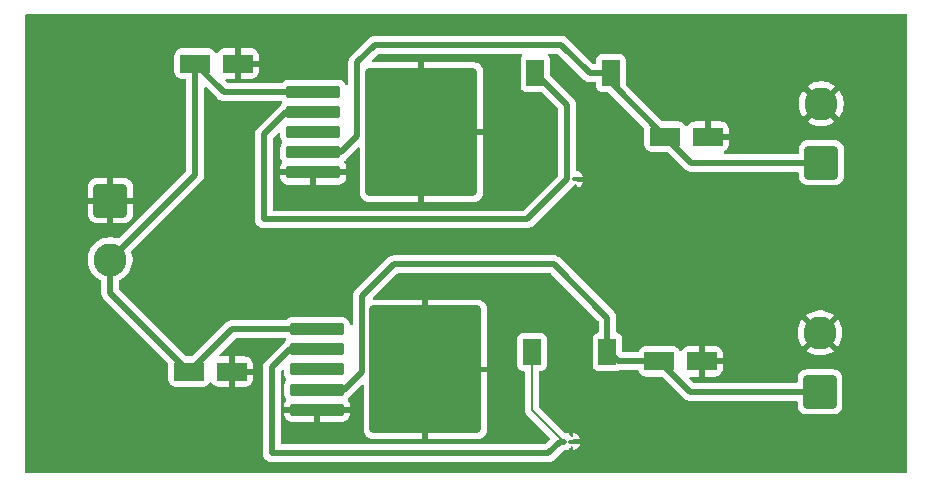
<source format=gbr>
%TF.GenerationSoftware,KiCad,Pcbnew,9.0.0*%
%TF.CreationDate,2025-04-24T17:44:58-04:00*%
%TF.ProjectId,power_systems,706f7765-725f-4737-9973-74656d732e6b,rev?*%
%TF.SameCoordinates,Original*%
%TF.FileFunction,Copper,L1,Top*%
%TF.FilePolarity,Positive*%
%FSLAX46Y46*%
G04 Gerber Fmt 4.6, Leading zero omitted, Abs format (unit mm)*
G04 Created by KiCad (PCBNEW 9.0.0) date 2025-04-24 17:44:58*
%MOMM*%
%LPD*%
G01*
G04 APERTURE LIST*
G04 Aperture macros list*
%AMRoundRect*
0 Rectangle with rounded corners*
0 $1 Rounding radius*
0 $2 $3 $4 $5 $6 $7 $8 $9 X,Y pos of 4 corners*
0 Add a 4 corners polygon primitive as box body*
4,1,4,$2,$3,$4,$5,$6,$7,$8,$9,$2,$3,0*
0 Add four circle primitives for the rounded corners*
1,1,$1+$1,$2,$3*
1,1,$1+$1,$4,$5*
1,1,$1+$1,$6,$7*
1,1,$1+$1,$8,$9*
0 Add four rect primitives between the rounded corners*
20,1,$1+$1,$2,$3,$4,$5,0*
20,1,$1+$1,$4,$5,$6,$7,0*
20,1,$1+$1,$6,$7,$8,$9,0*
20,1,$1+$1,$8,$9,$2,$3,0*%
G04 Aperture macros list end*
%TA.AperFunction,ComponentPad*%
%ADD10RoundRect,0.250001X1.149999X-1.149999X1.149999X1.149999X-1.149999X1.149999X-1.149999X-1.149999X0*%
%TD*%
%TA.AperFunction,ComponentPad*%
%ADD11C,2.800000*%
%TD*%
%TA.AperFunction,SMDPad,CuDef*%
%ADD12RoundRect,0.250000X-1.050000X-0.550000X1.050000X-0.550000X1.050000X0.550000X-1.050000X0.550000X0*%
%TD*%
%TA.AperFunction,SMDPad,CuDef*%
%ADD13RoundRect,0.250000X1.050000X0.550000X-1.050000X0.550000X-1.050000X-0.550000X1.050000X-0.550000X0*%
%TD*%
%TA.AperFunction,SMDPad,CuDef*%
%ADD14RoundRect,0.250000X-2.050000X-0.300000X2.050000X-0.300000X2.050000X0.300000X-2.050000X0.300000X0*%
%TD*%
%TA.AperFunction,SMDPad,CuDef*%
%ADD15RoundRect,0.250002X-4.449998X-5.149998X4.449998X-5.149998X4.449998X5.149998X-4.449998X5.149998X0*%
%TD*%
%TA.AperFunction,SMDPad,CuDef*%
%ADD16RoundRect,0.100000X-0.130000X-0.100000X0.130000X-0.100000X0.130000X0.100000X-0.130000X0.100000X0*%
%TD*%
%TA.AperFunction,SMDPad,CuDef*%
%ADD17R,1.500000X2.200000*%
%TD*%
%TA.AperFunction,ComponentPad*%
%ADD18RoundRect,0.250001X-1.149999X1.149999X-1.149999X-1.149999X1.149999X-1.149999X1.149999X1.149999X0*%
%TD*%
%TA.AperFunction,ViaPad*%
%ADD19C,0.600000*%
%TD*%
%TA.AperFunction,Conductor*%
%ADD20C,0.500000*%
%TD*%
%TA.AperFunction,Conductor*%
%ADD21C,0.200000*%
%TD*%
G04 APERTURE END LIST*
D10*
%TO.P,J3,1,Pin_1*%
%TO.N,Net-(J3-Pin_1)*%
X89900000Y-68800000D03*
D11*
%TO.P,J3,2,Pin_2*%
%TO.N,GND*%
X89900000Y-63800000D03*
%TD*%
D12*
%TO.P,C2,1*%
%TO.N,Net-(J2-Pin_1)*%
X76800000Y-47200000D03*
%TO.P,C2,2*%
%TO.N,GND*%
X80400000Y-47200000D03*
%TD*%
D10*
%TO.P,J2,1,Pin_1*%
%TO.N,Net-(J2-Pin_1)*%
X90000000Y-49400000D03*
D11*
%TO.P,J2,2,Pin_2*%
%TO.N,GND*%
X90000000Y-44400000D03*
%TD*%
D12*
%TO.P,C3,1*%
%TO.N,Net-(J3-Pin_1)*%
X76300000Y-66200000D03*
%TO.P,C3,2*%
%TO.N,GND*%
X79900000Y-66200000D03*
%TD*%
D13*
%TO.P,C1,1*%
%TO.N,GND*%
X40600000Y-41000000D03*
%TO.P,C1,2*%
%TO.N,Net-(J1-Pin_2)*%
X37000000Y-41000000D03*
%TD*%
D14*
%TO.P,U2,1,VIN*%
%TO.N,Net-(J1-Pin_2)*%
X47325000Y-63500000D03*
%TO.P,U2,2,OUT*%
%TO.N,Net-(D2-K)*%
X47325000Y-65200000D03*
%TO.P,U2,3,GND*%
%TO.N,GND*%
X47325000Y-66900000D03*
D15*
X56475000Y-66900000D03*
D14*
%TO.P,U2,4,FB*%
%TO.N,Net-(J3-Pin_1)*%
X47325000Y-68600000D03*
%TO.P,U2,5,~{ON}/OFF*%
%TO.N,GND*%
X47325000Y-70300000D03*
%TD*%
D12*
%TO.P,C4,1*%
%TO.N,Net-(J1-Pin_2)*%
X36500000Y-67100000D03*
%TO.P,C4,2*%
%TO.N,GND*%
X40100000Y-67100000D03*
%TD*%
D16*
%TO.P,D2,1,K*%
%TO.N,Net-(D2-K)*%
X68180000Y-73000000D03*
%TO.P,D2,2,A*%
%TO.N,GND*%
X68820000Y-73000000D03*
%TD*%
D14*
%TO.P,U1,1,VIN*%
%TO.N,Net-(J1-Pin_2)*%
X47000000Y-43400000D03*
%TO.P,U1,2,OUT*%
%TO.N,Net-(D1-K)*%
X47000000Y-45100000D03*
%TO.P,U1,3,GND*%
%TO.N,GND*%
X47000000Y-46800000D03*
D15*
X56150000Y-46800000D03*
D14*
%TO.P,U1,4,FB*%
%TO.N,Net-(J2-Pin_1)*%
X47000000Y-48500000D03*
%TO.P,U1,5,~{ON}/OFF*%
%TO.N,GND*%
X47000000Y-50200000D03*
%TD*%
D17*
%TO.P,L1,1,1*%
%TO.N,Net-(D1-K)*%
X65800000Y-41800000D03*
%TO.P,L1,2,2*%
%TO.N,Net-(J2-Pin_1)*%
X72200000Y-41800000D03*
%TD*%
%TO.P,L2,1,1*%
%TO.N,Net-(D2-K)*%
X65500000Y-65400000D03*
%TO.P,L2,2,2*%
%TO.N,Net-(J3-Pin_1)*%
X71900000Y-65400000D03*
%TD*%
D18*
%TO.P,J1,1,Pin_1*%
%TO.N,GND*%
X29800000Y-52600000D03*
D11*
%TO.P,J1,2,Pin_2*%
%TO.N,Net-(J1-Pin_2)*%
X29800000Y-57600000D03*
%TD*%
D16*
%TO.P,D1,1,K*%
%TO.N,Net-(D1-K)*%
X68480000Y-50800000D03*
%TO.P,D1,2,A*%
%TO.N,GND*%
X69120000Y-50800000D03*
%TD*%
D19*
%TO.N,GND*%
X47325000Y-66900000D03*
X47000000Y-46800000D03*
X47000000Y-50200000D03*
%TD*%
D20*
%TO.N,Net-(J1-Pin_2)*%
X29800000Y-57600000D02*
X37000000Y-50400000D01*
X37000000Y-50400000D02*
X37000000Y-41000000D01*
X39400000Y-43400000D02*
X47000000Y-43400000D01*
X29800000Y-60400000D02*
X36500000Y-67100000D01*
X40100000Y-63500000D02*
X47325000Y-63500000D01*
X37000000Y-41000000D02*
X39400000Y-43400000D01*
X36500000Y-67100000D02*
X40100000Y-63500000D01*
X29800000Y-57600000D02*
X29800000Y-60400000D01*
%TO.N,Net-(J2-Pin_1)*%
X47000000Y-48500000D02*
X49300000Y-48500000D01*
X79000000Y-49400000D02*
X90000000Y-49400000D01*
X49300000Y-48500000D02*
X50700000Y-47100000D01*
X52200000Y-39400000D02*
X68000000Y-39400000D01*
X70400000Y-41800000D02*
X72200000Y-41800000D01*
X50700000Y-40900000D02*
X52200000Y-39400000D01*
X76800000Y-47200000D02*
X79000000Y-49400000D01*
X68000000Y-39400000D02*
X70400000Y-41800000D01*
X50700000Y-47100000D02*
X50700000Y-40900000D01*
X72200000Y-42600000D02*
X76800000Y-47200000D01*
X72200000Y-41800000D02*
X72200000Y-42600000D01*
%TO.N,Net-(J3-Pin_1)*%
X53800000Y-58000000D02*
X67400000Y-58000000D01*
X78900000Y-68800000D02*
X89900000Y-68800000D01*
X47325000Y-68600000D02*
X49625000Y-68600000D01*
X72000000Y-65400000D02*
X72800000Y-66200000D01*
X76300000Y-66200000D02*
X78900000Y-68800000D01*
X67400000Y-58000000D02*
X71900000Y-62500000D01*
X71900000Y-62500000D02*
X71900000Y-65400000D01*
X72800000Y-66200000D02*
X76300000Y-66200000D01*
X71900000Y-65400000D02*
X72000000Y-65400000D01*
X51100000Y-67125000D02*
X51100000Y-60700000D01*
X51100000Y-60700000D02*
X53800000Y-58000000D01*
X49625000Y-68600000D02*
X51100000Y-67125000D01*
%TO.N,Net-(D1-K)*%
X42800000Y-47000000D02*
X42800000Y-54200000D01*
X47000000Y-45100000D02*
X44700000Y-45100000D01*
X65080000Y-54200000D02*
X68480000Y-50800000D01*
X68480000Y-44480000D02*
X65800000Y-41800000D01*
X68480000Y-50800000D02*
X68480000Y-44480000D01*
X44700000Y-45100000D02*
X42800000Y-47000000D01*
X42800000Y-54200000D02*
X65080000Y-54200000D01*
%TO.N,Net-(D2-K)*%
X66900000Y-74000000D02*
X67900000Y-73000000D01*
D21*
X65500000Y-70320000D02*
X68180000Y-73000000D01*
D20*
X47325000Y-65200000D02*
X45025000Y-65200000D01*
X45025000Y-65200000D02*
X43500000Y-66725000D01*
D21*
X65500000Y-65400000D02*
X65500000Y-70320000D01*
D20*
X67900000Y-73000000D02*
X68180000Y-73000000D01*
X43500000Y-74000000D02*
X66900000Y-74000000D01*
X43500000Y-66725000D02*
X43500000Y-74000000D01*
%TD*%
%TA.AperFunction,Conductor*%
%TO.N,GND*%
G36*
X64601352Y-40154294D02*
G01*
X64614788Y-40153334D01*
X64634223Y-40163946D01*
X64655468Y-40170185D01*
X64664288Y-40180364D01*
X64676111Y-40186820D01*
X64686723Y-40206255D01*
X64701223Y-40222989D01*
X64703139Y-40236321D01*
X64709595Y-40248143D01*
X64708015Y-40270227D01*
X64711167Y-40292147D01*
X64705462Y-40305918D01*
X64704610Y-40317835D01*
X64687695Y-40348811D01*
X64606206Y-40457664D01*
X64606202Y-40457671D01*
X64555908Y-40592517D01*
X64549501Y-40652116D01*
X64549501Y-40652123D01*
X64549500Y-40652135D01*
X64549500Y-42947870D01*
X64549501Y-42947876D01*
X64555908Y-43007483D01*
X64606202Y-43142328D01*
X64606206Y-43142335D01*
X64692452Y-43257544D01*
X64692455Y-43257547D01*
X64807664Y-43343793D01*
X64807671Y-43343797D01*
X64942517Y-43394091D01*
X64942516Y-43394091D01*
X64949444Y-43394835D01*
X65002127Y-43400500D01*
X66287769Y-43400499D01*
X66354808Y-43420184D01*
X66375450Y-43436818D01*
X67693181Y-44754548D01*
X67726666Y-44815871D01*
X67729500Y-44842229D01*
X67729500Y-50437770D01*
X67709815Y-50504809D01*
X67693181Y-50525451D01*
X64805451Y-53413181D01*
X64744128Y-53446666D01*
X64717770Y-53449500D01*
X43674500Y-53449500D01*
X43607461Y-53429815D01*
X43561706Y-53377011D01*
X43550500Y-53325500D01*
X43550500Y-50549986D01*
X44200001Y-50549986D01*
X44210494Y-50652697D01*
X44265641Y-50819119D01*
X44265643Y-50819124D01*
X44357684Y-50968345D01*
X44481654Y-51092315D01*
X44630875Y-51184356D01*
X44630880Y-51184358D01*
X44797302Y-51239505D01*
X44797309Y-51239506D01*
X44900019Y-51249999D01*
X46749999Y-51249999D01*
X47250000Y-51249999D01*
X49099972Y-51249999D01*
X49099986Y-51249998D01*
X49202697Y-51239505D01*
X49369119Y-51184358D01*
X49369124Y-51184356D01*
X49518345Y-51092315D01*
X49642315Y-50968345D01*
X49734356Y-50819124D01*
X49734358Y-50819119D01*
X49789505Y-50652697D01*
X49789506Y-50652690D01*
X49799999Y-50549986D01*
X49800000Y-50549973D01*
X49800000Y-50450000D01*
X47250000Y-50450000D01*
X47250000Y-51249999D01*
X46749999Y-51249999D01*
X46750000Y-51249998D01*
X46750000Y-50450000D01*
X44200001Y-50450000D01*
X44200001Y-50549986D01*
X43550500Y-50549986D01*
X43550500Y-47362229D01*
X43570185Y-47295190D01*
X43586814Y-47274552D01*
X43988322Y-46873045D01*
X44049642Y-46839562D01*
X44119333Y-46844546D01*
X44175267Y-46886417D01*
X44199684Y-46951882D01*
X44200000Y-46960727D01*
X44200000Y-47149970D01*
X44200001Y-47149987D01*
X44210494Y-47252697D01*
X44265641Y-47419119D01*
X44265643Y-47419124D01*
X44357684Y-47568346D01*
X44361114Y-47572683D01*
X44387254Y-47637479D01*
X44374213Y-47706121D01*
X44361126Y-47726487D01*
X44357297Y-47731330D01*
X44265187Y-47880663D01*
X44265185Y-47880668D01*
X44237349Y-47964670D01*
X44210001Y-48047203D01*
X44210001Y-48047204D01*
X44210000Y-48047204D01*
X44199500Y-48149983D01*
X44199500Y-48850001D01*
X44199501Y-48850019D01*
X44210000Y-48952796D01*
X44210001Y-48952799D01*
X44253129Y-49082949D01*
X44265186Y-49119334D01*
X44357288Y-49268656D01*
X44357292Y-49268660D01*
X44361116Y-49273497D01*
X44387254Y-49338294D01*
X44374212Y-49406935D01*
X44361122Y-49427305D01*
X44357687Y-49431649D01*
X44265643Y-49580875D01*
X44265641Y-49580880D01*
X44210494Y-49747302D01*
X44210493Y-49747309D01*
X44200000Y-49850013D01*
X44200000Y-49950000D01*
X49799999Y-49950000D01*
X49799999Y-49850028D01*
X49799998Y-49850013D01*
X49789505Y-49747302D01*
X49734358Y-49580880D01*
X49734356Y-49580875D01*
X49642314Y-49431653D01*
X49638886Y-49427317D01*
X49630231Y-49405865D01*
X49617532Y-49386534D01*
X49617406Y-49374076D01*
X49612745Y-49362521D01*
X49617062Y-49339796D01*
X49616830Y-49316668D01*
X49624195Y-49302249D01*
X49625786Y-49293879D01*
X49631169Y-49284418D01*
X49638308Y-49273059D01*
X49642712Y-49268656D01*
X49728504Y-49129563D01*
X49728792Y-49129106D01*
X49730857Y-49127279D01*
X49764886Y-49091991D01*
X49778416Y-49082952D01*
X50738321Y-48123046D01*
X50799642Y-48089563D01*
X50869333Y-48094547D01*
X50925267Y-48136419D01*
X50949684Y-48201883D01*
X50950000Y-48210729D01*
X50950000Y-51999969D01*
X50950001Y-51999985D01*
X50960494Y-52102695D01*
X51015641Y-52269117D01*
X51015643Y-52269122D01*
X51107684Y-52418344D01*
X51231655Y-52542315D01*
X51380877Y-52634356D01*
X51380882Y-52634358D01*
X51547304Y-52689505D01*
X51547311Y-52689506D01*
X51650021Y-52699999D01*
X55899999Y-52699999D01*
X56400000Y-52699999D01*
X60649970Y-52699999D01*
X60649984Y-52699998D01*
X60752695Y-52689505D01*
X60919117Y-52634358D01*
X60919122Y-52634356D01*
X61068344Y-52542315D01*
X61192315Y-52418344D01*
X61284356Y-52269122D01*
X61284358Y-52269117D01*
X61339505Y-52102695D01*
X61339506Y-52102688D01*
X61349999Y-51999984D01*
X61350000Y-51999971D01*
X61350000Y-47050000D01*
X56400000Y-47050000D01*
X56400000Y-52699999D01*
X55899999Y-52699999D01*
X55900000Y-52699998D01*
X55900000Y-46550000D01*
X56400000Y-46550000D01*
X61349999Y-46550000D01*
X61349999Y-41600030D01*
X61349998Y-41600015D01*
X61339505Y-41497304D01*
X61284358Y-41330882D01*
X61284356Y-41330877D01*
X61192315Y-41181655D01*
X61068344Y-41057684D01*
X60919122Y-40965643D01*
X60919117Y-40965641D01*
X60752695Y-40910494D01*
X60752688Y-40910493D01*
X60649984Y-40900000D01*
X56400000Y-40900000D01*
X56400000Y-46550000D01*
X55900000Y-46550000D01*
X55900000Y-40900000D01*
X52060728Y-40900000D01*
X51993689Y-40880315D01*
X51947934Y-40827511D01*
X51937990Y-40758353D01*
X51967015Y-40694797D01*
X51973033Y-40688333D01*
X52474548Y-40186819D01*
X52535871Y-40153334D01*
X52562229Y-40150500D01*
X64588429Y-40150500D01*
X64601352Y-40154294D01*
G37*
%TD.AperFunction*%
%TA.AperFunction,Conductor*%
G36*
X97242539Y-36820185D02*
G01*
X97288294Y-36872989D01*
X97299500Y-36924500D01*
X97299500Y-75575500D01*
X97279815Y-75642539D01*
X97227011Y-75688294D01*
X97175500Y-75699500D01*
X22724500Y-75699500D01*
X22657461Y-75679815D01*
X22611706Y-75627011D01*
X22600500Y-75575500D01*
X22600500Y-57475441D01*
X27899500Y-57475441D01*
X27899500Y-57724558D01*
X27899501Y-57724575D01*
X27932017Y-57971561D01*
X27996498Y-58212207D01*
X28091830Y-58442361D01*
X28091837Y-58442376D01*
X28216400Y-58658126D01*
X28368060Y-58855774D01*
X28368066Y-58855781D01*
X28544218Y-59031933D01*
X28544225Y-59031939D01*
X28741873Y-59183599D01*
X28957623Y-59308162D01*
X28957624Y-59308162D01*
X28957627Y-59308164D01*
X28972354Y-59314264D01*
X28972950Y-59314511D01*
X29027354Y-59358351D01*
X29049421Y-59424644D01*
X29049500Y-59429073D01*
X29049500Y-60473918D01*
X29049500Y-60473920D01*
X29049499Y-60473920D01*
X29078340Y-60618907D01*
X29078343Y-60618917D01*
X29134914Y-60755492D01*
X29167812Y-60804727D01*
X29167813Y-60804730D01*
X29217046Y-60878414D01*
X29217052Y-60878421D01*
X34670730Y-66332098D01*
X34704215Y-66393421D01*
X34706407Y-66432382D01*
X34699500Y-66499983D01*
X34699500Y-67700001D01*
X34699501Y-67700018D01*
X34710000Y-67802796D01*
X34710001Y-67802799D01*
X34765185Y-67969331D01*
X34765187Y-67969336D01*
X34772177Y-67980668D01*
X34857288Y-68118656D01*
X34981344Y-68242712D01*
X35130666Y-68334814D01*
X35297203Y-68389999D01*
X35399991Y-68400500D01*
X37600008Y-68400499D01*
X37702797Y-68389999D01*
X37869334Y-68334814D01*
X38018656Y-68242712D01*
X38142712Y-68118656D01*
X38194755Y-68034279D01*
X38246701Y-67987556D01*
X38315664Y-67976333D01*
X38379746Y-68004176D01*
X38405831Y-68034280D01*
X38457680Y-68118340D01*
X38457683Y-68118344D01*
X38581654Y-68242315D01*
X38730875Y-68334356D01*
X38730880Y-68334358D01*
X38897302Y-68389505D01*
X38897309Y-68389506D01*
X39000019Y-68399999D01*
X39849999Y-68399999D01*
X40350000Y-68399999D01*
X41199972Y-68399999D01*
X41199986Y-68399998D01*
X41302697Y-68389505D01*
X41469119Y-68334358D01*
X41469124Y-68334356D01*
X41618345Y-68242315D01*
X41742315Y-68118345D01*
X41834356Y-67969124D01*
X41834358Y-67969119D01*
X41889505Y-67802697D01*
X41889506Y-67802690D01*
X41899999Y-67699986D01*
X41900000Y-67699973D01*
X41900000Y-67350000D01*
X40350000Y-67350000D01*
X40350000Y-68399999D01*
X39849999Y-68399999D01*
X39850000Y-68399998D01*
X39850000Y-66850000D01*
X40350000Y-66850000D01*
X41899999Y-66850000D01*
X41899999Y-66500028D01*
X41899998Y-66500013D01*
X41889505Y-66397302D01*
X41834358Y-66230880D01*
X41834356Y-66230875D01*
X41742315Y-66081654D01*
X41618345Y-65957684D01*
X41469124Y-65865643D01*
X41469119Y-65865641D01*
X41302697Y-65810494D01*
X41302690Y-65810493D01*
X41199986Y-65800000D01*
X40350000Y-65800000D01*
X40350000Y-66850000D01*
X39850000Y-66850000D01*
X39850000Y-65800000D01*
X39160727Y-65800000D01*
X39093688Y-65780315D01*
X39047933Y-65727511D01*
X39037989Y-65658353D01*
X39067014Y-65594797D01*
X39073013Y-65588353D01*
X40374549Y-64286819D01*
X40435872Y-64253334D01*
X40462230Y-64250500D01*
X44571659Y-64250500D01*
X44579235Y-64252724D01*
X44587031Y-64251456D01*
X44612286Y-64262429D01*
X44638698Y-64270185D01*
X44643868Y-64276152D01*
X44651113Y-64279300D01*
X44666425Y-64302184D01*
X44684453Y-64322989D01*
X44685576Y-64330805D01*
X44689969Y-64337369D01*
X44690478Y-64364894D01*
X44694397Y-64392147D01*
X44691148Y-64401108D01*
X44691262Y-64407226D01*
X44677198Y-64439597D01*
X44596764Y-64570001D01*
X44560119Y-64608004D01*
X44546588Y-64617045D01*
X44546582Y-64617050D01*
X42917050Y-66246580D01*
X42917044Y-66246588D01*
X42867812Y-66320268D01*
X42867813Y-66320269D01*
X42834921Y-66369496D01*
X42834914Y-66369508D01*
X42778342Y-66506086D01*
X42778340Y-66506092D01*
X42749500Y-66651079D01*
X42749500Y-66651082D01*
X42749500Y-74073918D01*
X42749500Y-74073920D01*
X42749499Y-74073920D01*
X42778340Y-74218907D01*
X42778343Y-74218917D01*
X42834912Y-74355488D01*
X42834919Y-74355501D01*
X42917048Y-74478415D01*
X42917051Y-74478419D01*
X43021580Y-74582948D01*
X43021584Y-74582951D01*
X43144498Y-74665080D01*
X43144511Y-74665087D01*
X43281082Y-74721656D01*
X43281087Y-74721658D01*
X43281091Y-74721658D01*
X43281092Y-74721659D01*
X43426079Y-74750500D01*
X43426082Y-74750500D01*
X66973920Y-74750500D01*
X67071462Y-74731096D01*
X67118913Y-74721658D01*
X67255495Y-74665084D01*
X67304729Y-74632186D01*
X67378416Y-74582952D01*
X68174792Y-73786574D01*
X68236113Y-73753091D01*
X68250327Y-73750853D01*
X68253906Y-73750500D01*
X68253918Y-73750500D01*
X68398913Y-73721658D01*
X68468614Y-73692786D01*
X68532252Y-73684408D01*
X68620000Y-73695960D01*
X68620000Y-73680192D01*
X68628547Y-73651083D01*
X68634827Y-73621393D01*
X68638549Y-73617019D01*
X68639685Y-73613153D01*
X68655815Y-73593017D01*
X68661775Y-73586987D01*
X68738282Y-73528282D01*
X68802358Y-73444775D01*
X68807815Y-73439256D01*
X68831859Y-73425947D01*
X68854052Y-73409742D01*
X68861989Y-73409269D01*
X68868945Y-73405419D01*
X68896363Y-73407221D01*
X68923798Y-73405587D01*
X68930731Y-73409480D01*
X68938664Y-73410002D01*
X68960755Y-73426342D01*
X68984718Y-73439799D01*
X68988445Y-73446822D01*
X68994837Y-73451550D01*
X69004588Y-73477240D01*
X69017471Y-73501516D01*
X69018810Y-73514710D01*
X69019631Y-73516873D01*
X69019224Y-73518793D01*
X69020000Y-73526431D01*
X69020000Y-73695959D01*
X69020001Y-73695960D01*
X69106627Y-73684557D01*
X69106633Y-73684555D01*
X69252585Y-73624100D01*
X69377924Y-73527924D01*
X69474100Y-73402586D01*
X69534555Y-73256631D01*
X69542012Y-73200000D01*
X69054500Y-73200000D01*
X69045814Y-73197449D01*
X69036853Y-73198738D01*
X69012812Y-73187759D01*
X68987461Y-73180315D01*
X68981533Y-73173474D01*
X68973297Y-73169713D01*
X68959007Y-73147478D01*
X68941706Y-73127511D01*
X68939418Y-73116996D01*
X68935523Y-73110935D01*
X68930500Y-73076000D01*
X68930500Y-72924000D01*
X68950185Y-72856961D01*
X69002989Y-72811206D01*
X69054500Y-72800000D01*
X69542010Y-72800000D01*
X69542011Y-72799998D01*
X69534557Y-72743372D01*
X69534555Y-72743366D01*
X69474100Y-72597414D01*
X69377924Y-72472075D01*
X69252586Y-72375899D01*
X69106631Y-72315444D01*
X69020000Y-72304038D01*
X69020000Y-72473568D01*
X69013663Y-72495146D01*
X69011930Y-72517570D01*
X69004009Y-72528023D01*
X69000315Y-72540607D01*
X68983318Y-72555334D01*
X68969737Y-72573261D01*
X68957422Y-72577773D01*
X68947511Y-72586362D01*
X68925251Y-72589562D01*
X68904134Y-72597301D01*
X68891334Y-72594439D01*
X68878353Y-72596306D01*
X68857894Y-72586962D01*
X68835947Y-72582056D01*
X68823297Y-72571162D01*
X68814797Y-72567281D01*
X68807815Y-72560743D01*
X68802354Y-72555219D01*
X68738282Y-72471718D01*
X68661780Y-72413016D01*
X68655815Y-72406982D01*
X68643110Y-72383392D01*
X68627311Y-72361755D01*
X68625327Y-72350375D01*
X68622684Y-72345467D01*
X68623233Y-72338359D01*
X68620000Y-72319807D01*
X68620000Y-72304038D01*
X68532253Y-72315591D01*
X68521834Y-72314746D01*
X68515178Y-72316649D01*
X68495081Y-72312576D01*
X68480280Y-72311376D01*
X68474346Y-72309587D01*
X68398913Y-72278342D01*
X68315918Y-72261832D01*
X68310193Y-72260107D01*
X68285744Y-72244145D01*
X68259877Y-72230615D01*
X68258299Y-72229064D01*
X66136819Y-70107584D01*
X66103334Y-70046261D01*
X66100500Y-70019903D01*
X66100500Y-67124499D01*
X66120185Y-67057460D01*
X66172989Y-67011705D01*
X66224500Y-67000499D01*
X66297871Y-67000499D01*
X66297872Y-67000499D01*
X66357483Y-66994091D01*
X66492331Y-66943796D01*
X66607546Y-66857546D01*
X66693796Y-66742331D01*
X66744091Y-66607483D01*
X66750500Y-66547873D01*
X66750499Y-64252128D01*
X66744091Y-64192517D01*
X66736238Y-64171463D01*
X66693797Y-64057671D01*
X66693793Y-64057664D01*
X66607547Y-63942455D01*
X66607544Y-63942452D01*
X66492335Y-63856206D01*
X66492328Y-63856202D01*
X66357482Y-63805908D01*
X66357483Y-63805908D01*
X66297883Y-63799501D01*
X66297881Y-63799500D01*
X66297873Y-63799500D01*
X66297864Y-63799500D01*
X64702129Y-63799500D01*
X64702123Y-63799501D01*
X64642516Y-63805908D01*
X64507671Y-63856202D01*
X64507664Y-63856206D01*
X64392455Y-63942452D01*
X64392452Y-63942455D01*
X64306206Y-64057664D01*
X64306202Y-64057671D01*
X64255908Y-64192517D01*
X64249675Y-64250500D01*
X64249501Y-64252123D01*
X64249500Y-64252135D01*
X64249500Y-66547870D01*
X64249501Y-66547876D01*
X64255908Y-66607483D01*
X64306202Y-66742328D01*
X64306206Y-66742335D01*
X64392452Y-66857544D01*
X64392455Y-66857547D01*
X64507664Y-66943793D01*
X64507671Y-66943797D01*
X64552618Y-66960561D01*
X64642517Y-66994091D01*
X64702127Y-67000500D01*
X64775500Y-67000499D01*
X64842538Y-67020183D01*
X64888294Y-67072986D01*
X64899500Y-67124499D01*
X64899500Y-70233330D01*
X64899499Y-70233348D01*
X64899499Y-70399054D01*
X64899498Y-70399054D01*
X64940423Y-70551785D01*
X64969358Y-70601900D01*
X64969359Y-70601904D01*
X64969360Y-70601904D01*
X65019479Y-70688714D01*
X65019481Y-70688717D01*
X65138349Y-70807585D01*
X65138355Y-70807590D01*
X66997017Y-72666252D01*
X67030502Y-72727575D01*
X67025518Y-72797267D01*
X66997017Y-72841614D01*
X66625451Y-73213181D01*
X66564128Y-73246666D01*
X66537770Y-73249500D01*
X44374500Y-73249500D01*
X44307461Y-73229815D01*
X44261706Y-73177011D01*
X44250500Y-73125500D01*
X44250500Y-70649986D01*
X44525001Y-70649986D01*
X44535494Y-70752697D01*
X44590641Y-70919119D01*
X44590643Y-70919124D01*
X44682684Y-71068345D01*
X44806654Y-71192315D01*
X44955875Y-71284356D01*
X44955880Y-71284358D01*
X45122302Y-71339505D01*
X45122309Y-71339506D01*
X45225019Y-71349999D01*
X47074999Y-71349999D01*
X47575000Y-71349999D01*
X49424972Y-71349999D01*
X49424986Y-71349998D01*
X49527697Y-71339505D01*
X49694119Y-71284358D01*
X49694124Y-71284356D01*
X49843345Y-71192315D01*
X49967315Y-71068345D01*
X50059356Y-70919124D01*
X50059358Y-70919119D01*
X50114505Y-70752697D01*
X50114506Y-70752690D01*
X50124999Y-70649986D01*
X50125000Y-70649973D01*
X50125000Y-70550000D01*
X47575000Y-70550000D01*
X47575000Y-71349999D01*
X47074999Y-71349999D01*
X47075000Y-71349998D01*
X47075000Y-70550000D01*
X44525001Y-70550000D01*
X44525001Y-70649986D01*
X44250500Y-70649986D01*
X44250500Y-67087228D01*
X44270185Y-67020189D01*
X44286814Y-66999552D01*
X44313321Y-66973045D01*
X44374642Y-66939562D01*
X44444334Y-66944546D01*
X44500267Y-66986418D01*
X44524684Y-67051882D01*
X44525000Y-67060727D01*
X44525000Y-67249970D01*
X44525001Y-67249987D01*
X44535494Y-67352697D01*
X44590641Y-67519119D01*
X44590643Y-67519124D01*
X44682684Y-67668346D01*
X44686114Y-67672683D01*
X44712254Y-67737479D01*
X44699213Y-67806121D01*
X44686126Y-67826487D01*
X44682297Y-67831330D01*
X44590187Y-67980663D01*
X44590185Y-67980668D01*
X44572420Y-68034280D01*
X44535001Y-68147203D01*
X44535001Y-68147204D01*
X44535000Y-68147204D01*
X44524500Y-68249983D01*
X44524500Y-68950001D01*
X44524501Y-68950019D01*
X44535000Y-69052796D01*
X44535001Y-69052799D01*
X44578129Y-69182949D01*
X44590186Y-69219334D01*
X44682288Y-69368656D01*
X44682292Y-69368660D01*
X44686116Y-69373497D01*
X44712254Y-69438294D01*
X44699212Y-69506935D01*
X44686122Y-69527305D01*
X44682687Y-69531649D01*
X44590643Y-69680875D01*
X44590641Y-69680880D01*
X44535494Y-69847302D01*
X44535493Y-69847309D01*
X44525000Y-69950013D01*
X44525000Y-70050000D01*
X50124999Y-70050000D01*
X50124999Y-69950028D01*
X50124998Y-69950013D01*
X50114505Y-69847302D01*
X50059358Y-69680880D01*
X50059356Y-69680875D01*
X49967314Y-69531653D01*
X49963886Y-69527317D01*
X49955231Y-69505865D01*
X49942532Y-69486534D01*
X49942406Y-69474076D01*
X49937745Y-69462521D01*
X49942062Y-69439796D01*
X49941830Y-69416668D01*
X49949195Y-69402249D01*
X49950786Y-69393879D01*
X49956169Y-69384418D01*
X49963308Y-69373059D01*
X49967712Y-69368656D01*
X50053504Y-69229563D01*
X50053792Y-69229106D01*
X50055857Y-69227279D01*
X50089886Y-69191991D01*
X50103416Y-69182952D01*
X51063321Y-68223046D01*
X51124642Y-68189563D01*
X51194333Y-68194547D01*
X51250267Y-68236419D01*
X51274684Y-68301883D01*
X51275000Y-68310729D01*
X51275000Y-72099969D01*
X51275001Y-72099985D01*
X51285494Y-72202695D01*
X51340641Y-72369117D01*
X51340643Y-72369122D01*
X51432684Y-72518344D01*
X51556655Y-72642315D01*
X51705877Y-72734356D01*
X51705882Y-72734358D01*
X51872304Y-72789505D01*
X51872311Y-72789506D01*
X51975021Y-72799999D01*
X56224999Y-72799999D01*
X56725000Y-72799999D01*
X60974970Y-72799999D01*
X60974984Y-72799998D01*
X61077695Y-72789505D01*
X61244117Y-72734358D01*
X61244122Y-72734356D01*
X61393344Y-72642315D01*
X61517315Y-72518344D01*
X61609356Y-72369122D01*
X61609358Y-72369117D01*
X61664505Y-72202695D01*
X61664506Y-72202688D01*
X61674999Y-72099984D01*
X61675000Y-72099971D01*
X61675000Y-67150000D01*
X56725000Y-67150000D01*
X56725000Y-72799999D01*
X56224999Y-72799999D01*
X56225000Y-72799998D01*
X56225000Y-66650000D01*
X56725000Y-66650000D01*
X61674999Y-66650000D01*
X61674999Y-61700030D01*
X61674998Y-61700015D01*
X61664505Y-61597304D01*
X61609358Y-61430882D01*
X61609356Y-61430877D01*
X61517315Y-61281655D01*
X61393344Y-61157684D01*
X61244122Y-61065643D01*
X61244117Y-61065641D01*
X61077695Y-61010494D01*
X61077688Y-61010493D01*
X60974984Y-61000000D01*
X56725000Y-61000000D01*
X56725000Y-66650000D01*
X56225000Y-66650000D01*
X56225000Y-61000000D01*
X52160728Y-61000000D01*
X52093689Y-60980315D01*
X52047934Y-60927511D01*
X52037990Y-60858353D01*
X52067015Y-60794797D01*
X52073033Y-60788333D01*
X54074548Y-58786819D01*
X54135871Y-58753334D01*
X54162229Y-58750500D01*
X67037770Y-58750500D01*
X67104809Y-58770185D01*
X67125451Y-58786819D01*
X71113181Y-62774549D01*
X71146666Y-62835872D01*
X71149500Y-62862230D01*
X71149500Y-63683023D01*
X71129815Y-63750062D01*
X71077011Y-63795817D01*
X71049865Y-63803266D01*
X71050068Y-63804124D01*
X71042520Y-63805907D01*
X70907671Y-63856202D01*
X70907664Y-63856206D01*
X70792455Y-63942452D01*
X70792452Y-63942455D01*
X70706206Y-64057664D01*
X70706202Y-64057671D01*
X70655908Y-64192517D01*
X70649675Y-64250500D01*
X70649501Y-64252123D01*
X70649500Y-64252135D01*
X70649500Y-66547870D01*
X70649501Y-66547876D01*
X70655908Y-66607483D01*
X70706202Y-66742328D01*
X70706206Y-66742335D01*
X70792452Y-66857544D01*
X70792455Y-66857547D01*
X70907664Y-66943793D01*
X70907671Y-66943797D01*
X71042517Y-66994091D01*
X71042516Y-66994091D01*
X71049444Y-66994835D01*
X71102127Y-67000500D01*
X72697872Y-67000499D01*
X72757483Y-66994091D01*
X72757488Y-66994089D01*
X72853396Y-66958318D01*
X72896729Y-66950500D01*
X74436267Y-66950500D01*
X74503306Y-66970185D01*
X74549061Y-67022989D01*
X74553972Y-67035494D01*
X74565184Y-67069328D01*
X74565187Y-67069336D01*
X74576223Y-67087228D01*
X74657288Y-67218656D01*
X74781344Y-67342712D01*
X74930666Y-67434814D01*
X75097203Y-67489999D01*
X75199991Y-67500500D01*
X76487769Y-67500499D01*
X76554808Y-67520184D01*
X76575450Y-67536818D01*
X78421580Y-69382948D01*
X78421584Y-69382951D01*
X78544498Y-69465080D01*
X78544511Y-69465087D01*
X78642959Y-69505865D01*
X78681087Y-69521658D01*
X78681091Y-69521658D01*
X78681092Y-69521659D01*
X78826079Y-69550500D01*
X78826082Y-69550500D01*
X78973917Y-69550500D01*
X87875500Y-69550500D01*
X87942539Y-69570185D01*
X87988294Y-69622989D01*
X87999500Y-69674500D01*
X87999500Y-70000015D01*
X88010000Y-70102795D01*
X88010001Y-70102797D01*
X88037593Y-70186065D01*
X88065186Y-70269335D01*
X88065187Y-70269337D01*
X88157286Y-70418651D01*
X88157289Y-70418655D01*
X88281344Y-70542710D01*
X88281348Y-70542713D01*
X88430662Y-70634812D01*
X88430664Y-70634813D01*
X88430666Y-70634814D01*
X88597203Y-70689999D01*
X88699992Y-70700500D01*
X88699997Y-70700500D01*
X91100003Y-70700500D01*
X91100008Y-70700500D01*
X91202797Y-70689999D01*
X91369334Y-70634814D01*
X91518655Y-70542711D01*
X91642711Y-70418655D01*
X91734814Y-70269334D01*
X91789999Y-70102797D01*
X91800500Y-70000008D01*
X91800500Y-67599992D01*
X91789999Y-67497203D01*
X91734814Y-67330666D01*
X91685050Y-67249987D01*
X91642713Y-67181348D01*
X91642710Y-67181344D01*
X91518655Y-67057289D01*
X91518651Y-67057286D01*
X91369337Y-66965187D01*
X91369335Y-66965186D01*
X91239614Y-66922201D01*
X91202797Y-66910001D01*
X91202795Y-66910000D01*
X91100015Y-66899500D01*
X91100008Y-66899500D01*
X88699992Y-66899500D01*
X88699984Y-66899500D01*
X88597204Y-66910000D01*
X88597203Y-66910001D01*
X88430664Y-66965186D01*
X88430662Y-66965187D01*
X88281348Y-67057286D01*
X88281344Y-67057289D01*
X88157289Y-67181344D01*
X88157286Y-67181348D01*
X88065187Y-67330662D01*
X88065186Y-67330664D01*
X88010001Y-67497203D01*
X88010000Y-67497204D01*
X87999500Y-67599984D01*
X87999500Y-67925500D01*
X87979815Y-67992539D01*
X87927011Y-68038294D01*
X87875500Y-68049500D01*
X79262229Y-68049500D01*
X79195190Y-68029815D01*
X79174548Y-68013181D01*
X78873047Y-67711680D01*
X78839562Y-67650357D01*
X78844546Y-67580665D01*
X78886418Y-67524732D01*
X78951882Y-67500315D01*
X78960728Y-67499999D01*
X79649999Y-67499999D01*
X80150000Y-67499999D01*
X80999972Y-67499999D01*
X80999986Y-67499998D01*
X81102697Y-67489505D01*
X81269119Y-67434358D01*
X81269124Y-67434356D01*
X81418345Y-67342315D01*
X81542315Y-67218345D01*
X81634356Y-67069124D01*
X81634358Y-67069119D01*
X81689505Y-66902697D01*
X81689506Y-66902690D01*
X81699999Y-66799986D01*
X81700000Y-66799973D01*
X81700000Y-66450000D01*
X80150000Y-66450000D01*
X80150000Y-67499999D01*
X79649999Y-67499999D01*
X79650000Y-67499998D01*
X79650000Y-65950000D01*
X80150000Y-65950000D01*
X81699999Y-65950000D01*
X81699999Y-65600028D01*
X81699998Y-65600013D01*
X81689505Y-65497302D01*
X81634358Y-65330880D01*
X81634355Y-65330873D01*
X81631191Y-65325744D01*
X81631190Y-65325743D01*
X81542315Y-65181654D01*
X81418345Y-65057684D01*
X81269124Y-64965643D01*
X81269119Y-64965641D01*
X81102697Y-64910494D01*
X81102690Y-64910493D01*
X80999986Y-64900000D01*
X80150000Y-64900000D01*
X80150000Y-65950000D01*
X79650000Y-65950000D01*
X79650000Y-64900000D01*
X78800028Y-64900000D01*
X78800012Y-64900001D01*
X78697302Y-64910494D01*
X78530880Y-64965641D01*
X78530875Y-64965643D01*
X78381654Y-65057684D01*
X78257682Y-65181656D01*
X78205831Y-65265720D01*
X78153883Y-65312444D01*
X78084920Y-65323665D01*
X78020838Y-65295822D01*
X77994754Y-65265718D01*
X77942712Y-65181344D01*
X77818657Y-65057289D01*
X77818656Y-65057288D01*
X77669334Y-64965186D01*
X77502797Y-64910001D01*
X77502795Y-64910000D01*
X77400010Y-64899500D01*
X75199998Y-64899500D01*
X75199981Y-64899501D01*
X75097203Y-64910000D01*
X75097200Y-64910001D01*
X74930668Y-64965185D01*
X74930663Y-64965187D01*
X74781342Y-65057289D01*
X74657289Y-65181342D01*
X74565187Y-65330663D01*
X74565184Y-65330671D01*
X74553972Y-65364506D01*
X74514199Y-65421950D01*
X74449683Y-65448772D01*
X74436267Y-65449500D01*
X73274500Y-65449500D01*
X73207461Y-65429815D01*
X73161706Y-65377011D01*
X73150500Y-65325500D01*
X73150499Y-64252129D01*
X73150498Y-64252123D01*
X73150497Y-64252116D01*
X73144091Y-64192517D01*
X73136238Y-64171463D01*
X73093797Y-64057671D01*
X73093793Y-64057664D01*
X73007547Y-63942455D01*
X73007544Y-63942452D01*
X72892335Y-63856206D01*
X72892328Y-63856202D01*
X72757482Y-63805908D01*
X72756858Y-63805761D01*
X72756853Y-63805762D01*
X72756843Y-63805757D01*
X72749938Y-63804126D01*
X72750262Y-63802752D01*
X72727003Y-63792130D01*
X72696688Y-63779571D01*
X72695381Y-63777688D01*
X72693297Y-63776737D01*
X72675560Y-63749138D01*
X72656843Y-63722177D01*
X72656374Y-63719283D01*
X72655523Y-63717959D01*
X72650500Y-63683024D01*
X72650500Y-63675466D01*
X88000000Y-63675466D01*
X88000000Y-63924533D01*
X88032508Y-64171463D01*
X88096973Y-64412049D01*
X88192283Y-64642148D01*
X88192288Y-64642159D01*
X88316813Y-64857841D01*
X88316819Y-64857849D01*
X88391400Y-64955045D01*
X89298958Y-64047487D01*
X89323978Y-64107890D01*
X89395112Y-64214351D01*
X89485649Y-64304888D01*
X89592110Y-64376022D01*
X89652511Y-64401041D01*
X88744953Y-65308598D01*
X88842150Y-65383180D01*
X88842158Y-65383186D01*
X89057840Y-65507711D01*
X89057851Y-65507716D01*
X89287950Y-65603026D01*
X89528536Y-65667491D01*
X89775466Y-65700000D01*
X90024534Y-65700000D01*
X90271463Y-65667491D01*
X90512049Y-65603026D01*
X90742148Y-65507716D01*
X90742159Y-65507711D01*
X90957855Y-65383178D01*
X91055045Y-65308600D01*
X91055045Y-65308597D01*
X90147488Y-64401041D01*
X90207890Y-64376022D01*
X90314351Y-64304888D01*
X90404888Y-64214351D01*
X90476022Y-64107890D01*
X90501041Y-64047489D01*
X91408597Y-64955045D01*
X91408600Y-64955045D01*
X91483178Y-64857855D01*
X91607711Y-64642159D01*
X91607716Y-64642148D01*
X91703026Y-64412049D01*
X91767491Y-64171463D01*
X91800000Y-63924533D01*
X91800000Y-63675466D01*
X91767491Y-63428536D01*
X91703026Y-63187950D01*
X91607716Y-62957851D01*
X91607711Y-62957840D01*
X91483186Y-62742158D01*
X91483180Y-62742150D01*
X91408598Y-62644953D01*
X90501041Y-63552510D01*
X90476022Y-63492110D01*
X90404888Y-63385649D01*
X90314351Y-63295112D01*
X90207890Y-63223978D01*
X90147487Y-63198957D01*
X91055045Y-62291400D01*
X90957849Y-62216819D01*
X90957841Y-62216813D01*
X90742159Y-62092288D01*
X90742148Y-62092283D01*
X90512049Y-61996973D01*
X90271463Y-61932508D01*
X90024534Y-61900000D01*
X89775466Y-61900000D01*
X89528536Y-61932508D01*
X89287950Y-61996973D01*
X89057851Y-62092283D01*
X89057847Y-62092285D01*
X88842143Y-62216823D01*
X88744953Y-62291399D01*
X88744953Y-62291400D01*
X89652511Y-63198958D01*
X89592110Y-63223978D01*
X89485649Y-63295112D01*
X89395112Y-63385649D01*
X89323978Y-63492110D01*
X89298958Y-63552511D01*
X88391400Y-62644953D01*
X88391399Y-62644953D01*
X88316823Y-62742143D01*
X88192285Y-62957847D01*
X88192283Y-62957851D01*
X88096973Y-63187950D01*
X88032508Y-63428536D01*
X88000000Y-63675466D01*
X72650500Y-63675466D01*
X72650500Y-62426079D01*
X72650499Y-62426077D01*
X72638061Y-62363544D01*
X72621659Y-62281092D01*
X72621658Y-62281091D01*
X72621658Y-62281087D01*
X72595039Y-62216823D01*
X72565086Y-62144509D01*
X72565085Y-62144507D01*
X72532186Y-62095270D01*
X72532185Y-62095268D01*
X72482956Y-62021589D01*
X72482952Y-62021584D01*
X67878421Y-57417052D01*
X67878414Y-57417046D01*
X67804729Y-57367812D01*
X67804729Y-57367813D01*
X67755491Y-57334913D01*
X67618917Y-57278343D01*
X67618907Y-57278340D01*
X67473920Y-57249500D01*
X67473918Y-57249500D01*
X53726082Y-57249500D01*
X53726076Y-57249500D01*
X53697242Y-57255234D01*
X53697243Y-57255235D01*
X53581093Y-57278339D01*
X53581083Y-57278342D01*
X53501081Y-57311479D01*
X53501082Y-57311480D01*
X53444506Y-57334915D01*
X53375405Y-57381087D01*
X53321582Y-57417049D01*
X53321579Y-57417052D01*
X50517050Y-60221580D01*
X50517044Y-60221588D01*
X50467812Y-60295268D01*
X50467813Y-60295269D01*
X50434921Y-60344496D01*
X50434914Y-60344508D01*
X50378342Y-60481086D01*
X50378340Y-60481092D01*
X50349500Y-60626079D01*
X50349500Y-62986455D01*
X50329815Y-63053494D01*
X50277011Y-63099249D01*
X50207853Y-63109193D01*
X50144297Y-63080168D01*
X50107794Y-63025459D01*
X50094217Y-62984488D01*
X50059814Y-62880666D01*
X49967712Y-62731344D01*
X49843656Y-62607288D01*
X49694334Y-62515186D01*
X49527797Y-62460001D01*
X49527795Y-62460000D01*
X49425010Y-62449500D01*
X45224998Y-62449500D01*
X45224981Y-62449501D01*
X45122203Y-62460000D01*
X45122200Y-62460001D01*
X44955668Y-62515185D01*
X44955663Y-62515187D01*
X44806345Y-62607287D01*
X44700450Y-62713182D01*
X44639127Y-62746666D01*
X44612769Y-62749500D01*
X40026080Y-62749500D01*
X39881092Y-62778340D01*
X39881082Y-62778343D01*
X39744511Y-62834912D01*
X39744504Y-62834916D01*
X39724021Y-62848602D01*
X39713708Y-62855494D01*
X39621579Y-62917051D01*
X39621578Y-62917052D01*
X36775450Y-65763181D01*
X36714127Y-65796666D01*
X36687769Y-65799500D01*
X36312230Y-65799500D01*
X36245191Y-65779815D01*
X36224549Y-65763181D01*
X30586819Y-60125451D01*
X30553334Y-60064128D01*
X30550500Y-60037770D01*
X30550500Y-59429073D01*
X30570185Y-59362034D01*
X30622989Y-59316279D01*
X30627050Y-59314511D01*
X30627312Y-59314402D01*
X30642373Y-59308164D01*
X30858127Y-59183599D01*
X31055776Y-59031938D01*
X31231938Y-58855776D01*
X31383599Y-58658127D01*
X31508164Y-58442373D01*
X31603502Y-58212207D01*
X31667982Y-57971565D01*
X31700500Y-57724565D01*
X31700500Y-57475435D01*
X31667982Y-57228435D01*
X31603502Y-56987793D01*
X31597154Y-56972469D01*
X31589683Y-56903003D01*
X31620955Y-56840522D01*
X31624005Y-56837361D01*
X37582952Y-50878415D01*
X37610205Y-50837627D01*
X37665084Y-50755495D01*
X37704375Y-50660639D01*
X37721659Y-50618912D01*
X37750500Y-50473917D01*
X37750500Y-50326082D01*
X37750500Y-43111229D01*
X37770185Y-43044190D01*
X37822989Y-42998435D01*
X37892147Y-42988491D01*
X37955703Y-43017516D01*
X37962181Y-43023548D01*
X38817049Y-43878416D01*
X38921584Y-43982951D01*
X38921587Y-43982953D01*
X38921588Y-43982954D01*
X39044503Y-44065083D01*
X39044506Y-44065085D01*
X39094665Y-44085861D01*
X39101080Y-44088518D01*
X39181088Y-44121659D01*
X39297241Y-44144763D01*
X39320380Y-44149365D01*
X39326081Y-44150500D01*
X39326082Y-44150500D01*
X39326083Y-44150500D01*
X39473918Y-44150500D01*
X44246659Y-44150500D01*
X44254237Y-44152725D01*
X44262031Y-44151457D01*
X44287282Y-44162428D01*
X44313698Y-44170185D01*
X44318868Y-44176152D01*
X44326113Y-44179300D01*
X44341425Y-44202184D01*
X44359453Y-44222989D01*
X44360576Y-44230805D01*
X44364969Y-44237369D01*
X44365478Y-44264894D01*
X44369397Y-44292147D01*
X44366148Y-44301108D01*
X44366262Y-44307227D01*
X44352197Y-44339597D01*
X44271763Y-44470000D01*
X44235119Y-44508003D01*
X44221585Y-44517046D01*
X44221580Y-44517050D01*
X42217050Y-46521580D01*
X42217044Y-46521588D01*
X42167812Y-46595268D01*
X42167813Y-46595269D01*
X42134921Y-46644496D01*
X42134914Y-46644508D01*
X42078342Y-46781086D01*
X42078340Y-46781092D01*
X42049500Y-46926079D01*
X42049500Y-46926082D01*
X42049500Y-54126082D01*
X42049500Y-54273918D01*
X42049500Y-54273920D01*
X42049499Y-54273920D01*
X42078340Y-54418907D01*
X42078343Y-54418917D01*
X42134912Y-54555488D01*
X42134919Y-54555501D01*
X42217048Y-54678415D01*
X42217051Y-54678419D01*
X42321580Y-54782948D01*
X42321584Y-54782951D01*
X42444498Y-54865080D01*
X42444511Y-54865087D01*
X42581082Y-54921656D01*
X42581087Y-54921658D01*
X42581091Y-54921658D01*
X42581092Y-54921659D01*
X42726079Y-54950500D01*
X42726082Y-54950500D01*
X65153920Y-54950500D01*
X65251462Y-54931096D01*
X65298913Y-54921658D01*
X65435495Y-54865084D01*
X65484729Y-54832186D01*
X65558416Y-54782952D01*
X68810921Y-51530444D01*
X68813181Y-51528244D01*
X68958658Y-51390233D01*
X68962654Y-51388185D01*
X68968515Y-51381815D01*
X69038282Y-51328282D01*
X69097625Y-51250943D01*
X69154052Y-51209742D01*
X69223798Y-51205587D01*
X69284718Y-51239799D01*
X69317471Y-51301516D01*
X69320000Y-51326431D01*
X69320000Y-51495959D01*
X69320001Y-51495960D01*
X69406627Y-51484557D01*
X69406633Y-51484555D01*
X69552585Y-51424100D01*
X69677924Y-51327924D01*
X69774100Y-51202586D01*
X69834555Y-51056631D01*
X69842012Y-51000000D01*
X69354500Y-51000000D01*
X69345814Y-50997449D01*
X69336853Y-50998738D01*
X69312812Y-50987759D01*
X69287461Y-50980315D01*
X69281533Y-50973474D01*
X69273297Y-50969713D01*
X69259007Y-50947478D01*
X69241706Y-50927511D01*
X69239418Y-50916996D01*
X69235523Y-50910935D01*
X69230500Y-50876000D01*
X69230500Y-50724000D01*
X69250185Y-50656961D01*
X69302989Y-50611206D01*
X69354500Y-50600000D01*
X69842010Y-50600000D01*
X69842011Y-50599998D01*
X69834557Y-50543372D01*
X69834555Y-50543366D01*
X69774100Y-50397414D01*
X69677924Y-50272075D01*
X69552586Y-50175899D01*
X69406634Y-50115445D01*
X69406630Y-50115444D01*
X69338313Y-50106449D01*
X69274417Y-50078181D01*
X69235946Y-50019856D01*
X69230500Y-49983510D01*
X69230500Y-44406079D01*
X69201659Y-44261092D01*
X69201658Y-44261091D01*
X69201658Y-44261087D01*
X69189115Y-44230805D01*
X69145087Y-44124511D01*
X69145080Y-44124498D01*
X69062952Y-44001585D01*
X69044318Y-43982951D01*
X68958416Y-43897049D01*
X68049858Y-42988491D01*
X67086818Y-42025450D01*
X67053333Y-41964127D01*
X67050499Y-41937769D01*
X67050499Y-40652129D01*
X67050498Y-40652123D01*
X67050497Y-40652116D01*
X67044091Y-40592517D01*
X67026180Y-40544496D01*
X66993797Y-40457671D01*
X66993793Y-40457664D01*
X66912305Y-40348811D01*
X66887887Y-40283347D01*
X66902738Y-40215074D01*
X66952143Y-40165668D01*
X67011571Y-40150500D01*
X67637770Y-40150500D01*
X67704809Y-40170185D01*
X67725451Y-40186819D01*
X69817049Y-42278416D01*
X69921584Y-42382951D01*
X69921587Y-42382953D01*
X69921588Y-42382954D01*
X70044503Y-42465083D01*
X70044506Y-42465085D01*
X70094665Y-42485861D01*
X70101080Y-42488518D01*
X70181088Y-42521659D01*
X70297241Y-42544763D01*
X70320380Y-42549365D01*
X70326081Y-42550500D01*
X70326082Y-42550500D01*
X70326083Y-42550500D01*
X70473918Y-42550500D01*
X70825501Y-42550500D01*
X70892540Y-42570185D01*
X70938295Y-42622989D01*
X70949501Y-42674500D01*
X70949501Y-42947876D01*
X70955908Y-43007483D01*
X71006202Y-43142328D01*
X71006206Y-43142335D01*
X71092452Y-43257544D01*
X71092455Y-43257547D01*
X71207664Y-43343793D01*
X71207671Y-43343797D01*
X71252618Y-43360561D01*
X71342517Y-43394091D01*
X71402127Y-43400500D01*
X71887769Y-43400499D01*
X71954808Y-43420183D01*
X71975450Y-43436818D01*
X74970730Y-46432097D01*
X75004215Y-46493420D01*
X75006407Y-46532380D01*
X74999500Y-46599981D01*
X74999500Y-47800001D01*
X74999501Y-47800018D01*
X75010000Y-47902796D01*
X75010001Y-47902799D01*
X75057852Y-48047203D01*
X75065186Y-48069334D01*
X75157288Y-48218656D01*
X75281344Y-48342712D01*
X75430666Y-48434814D01*
X75597203Y-48489999D01*
X75699991Y-48500500D01*
X76987769Y-48500499D01*
X77054808Y-48520184D01*
X77075450Y-48536818D01*
X78521586Y-49982954D01*
X78551058Y-50002645D01*
X78595270Y-50032186D01*
X78644505Y-50065084D01*
X78644506Y-50065084D01*
X78644507Y-50065085D01*
X78644509Y-50065086D01*
X78702562Y-50089132D01*
X78781087Y-50121658D01*
X78781091Y-50121658D01*
X78781092Y-50121659D01*
X78926079Y-50150500D01*
X78926082Y-50150500D01*
X78926083Y-50150500D01*
X79073918Y-50150500D01*
X87975500Y-50150500D01*
X88042539Y-50170185D01*
X88088294Y-50222989D01*
X88099500Y-50274500D01*
X88099500Y-50600015D01*
X88110000Y-50702795D01*
X88110001Y-50702797D01*
X88130826Y-50765643D01*
X88165186Y-50869335D01*
X88165187Y-50869337D01*
X88257286Y-51018651D01*
X88257289Y-51018655D01*
X88381344Y-51142710D01*
X88381348Y-51142713D01*
X88530662Y-51234812D01*
X88530664Y-51234813D01*
X88530666Y-51234814D01*
X88697203Y-51289999D01*
X88799992Y-51300500D01*
X88799997Y-51300500D01*
X91200003Y-51300500D01*
X91200008Y-51300500D01*
X91302797Y-51289999D01*
X91469334Y-51234814D01*
X91618655Y-51142711D01*
X91742711Y-51018655D01*
X91834814Y-50869334D01*
X91889999Y-50702797D01*
X91900500Y-50600008D01*
X91900500Y-48199992D01*
X91889999Y-48097203D01*
X91834814Y-47930666D01*
X91817625Y-47902799D01*
X91742713Y-47781348D01*
X91742710Y-47781344D01*
X91618655Y-47657289D01*
X91618651Y-47657286D01*
X91469337Y-47565187D01*
X91469335Y-47565186D01*
X91386065Y-47537593D01*
X91302797Y-47510001D01*
X91302795Y-47510000D01*
X91200015Y-47499500D01*
X91200008Y-47499500D01*
X88799992Y-47499500D01*
X88799984Y-47499500D01*
X88697204Y-47510000D01*
X88697203Y-47510001D01*
X88530664Y-47565186D01*
X88530662Y-47565187D01*
X88381348Y-47657286D01*
X88381344Y-47657289D01*
X88257289Y-47781344D01*
X88257286Y-47781348D01*
X88165187Y-47930662D01*
X88165186Y-47930664D01*
X88110001Y-48097203D01*
X88110000Y-48097204D01*
X88099500Y-48199984D01*
X88099500Y-48525500D01*
X88079815Y-48592539D01*
X88027011Y-48638294D01*
X87975500Y-48649500D01*
X81857559Y-48649500D01*
X81790520Y-48629815D01*
X81744765Y-48577011D01*
X81734821Y-48507853D01*
X81763846Y-48444297D01*
X81792462Y-48419961D01*
X81918345Y-48342315D01*
X82042315Y-48218345D01*
X82134356Y-48069124D01*
X82134358Y-48069119D01*
X82189505Y-47902697D01*
X82189506Y-47902690D01*
X82199999Y-47799986D01*
X82200000Y-47799973D01*
X82200000Y-47450000D01*
X80524000Y-47450000D01*
X80456961Y-47430315D01*
X80411206Y-47377511D01*
X80400000Y-47326000D01*
X80400000Y-47200000D01*
X80274000Y-47200000D01*
X80206961Y-47180315D01*
X80161206Y-47127511D01*
X80150000Y-47076000D01*
X80150000Y-46950000D01*
X80650000Y-46950000D01*
X82199999Y-46950000D01*
X82199999Y-46600028D01*
X82199998Y-46600013D01*
X82189505Y-46497302D01*
X82134358Y-46330880D01*
X82134356Y-46330875D01*
X82042315Y-46181654D01*
X81918345Y-46057684D01*
X81770002Y-45966185D01*
X81769124Y-45965644D01*
X81769119Y-45965641D01*
X81602697Y-45910494D01*
X81602690Y-45910493D01*
X81499986Y-45900000D01*
X80650000Y-45900000D01*
X80650000Y-46950000D01*
X80150000Y-46950000D01*
X80150000Y-45900000D01*
X79300028Y-45900000D01*
X79300012Y-45900001D01*
X79197302Y-45910494D01*
X79030880Y-45965641D01*
X79030875Y-45965643D01*
X78881654Y-46057684D01*
X78757682Y-46181656D01*
X78705831Y-46265720D01*
X78653883Y-46312444D01*
X78584920Y-46323665D01*
X78520838Y-46295822D01*
X78494754Y-46265718D01*
X78442712Y-46181344D01*
X78318657Y-46057289D01*
X78318656Y-46057288D01*
X78198504Y-45983178D01*
X78169336Y-45965187D01*
X78169331Y-45965185D01*
X78167862Y-45964698D01*
X78002797Y-45910001D01*
X78002795Y-45910000D01*
X77900016Y-45899500D01*
X77900009Y-45899500D01*
X76612229Y-45899500D01*
X76545190Y-45879815D01*
X76524548Y-45863181D01*
X74936833Y-44275466D01*
X88100000Y-44275466D01*
X88100000Y-44524533D01*
X88132508Y-44771463D01*
X88196973Y-45012049D01*
X88292283Y-45242148D01*
X88292288Y-45242159D01*
X88416813Y-45457841D01*
X88416819Y-45457849D01*
X88491400Y-45555045D01*
X89398958Y-44647487D01*
X89423978Y-44707890D01*
X89495112Y-44814351D01*
X89585649Y-44904888D01*
X89692110Y-44976022D01*
X89752511Y-45001041D01*
X88844953Y-45908598D01*
X88942150Y-45983180D01*
X88942158Y-45983186D01*
X89157840Y-46107711D01*
X89157851Y-46107716D01*
X89387950Y-46203026D01*
X89628536Y-46267491D01*
X89875466Y-46300000D01*
X90124534Y-46300000D01*
X90371463Y-46267491D01*
X90612049Y-46203026D01*
X90842148Y-46107716D01*
X90842159Y-46107711D01*
X91057855Y-45983178D01*
X91155045Y-45908600D01*
X91155045Y-45908597D01*
X90247488Y-45001041D01*
X90307890Y-44976022D01*
X90414351Y-44904888D01*
X90504888Y-44814351D01*
X90576022Y-44707890D01*
X90601041Y-44647488D01*
X91508597Y-45555045D01*
X91508600Y-45555045D01*
X91583178Y-45457855D01*
X91707711Y-45242159D01*
X91707716Y-45242148D01*
X91803026Y-45012049D01*
X91867491Y-44771463D01*
X91900000Y-44524533D01*
X91900000Y-44275466D01*
X91867491Y-44028536D01*
X91803026Y-43787950D01*
X91707716Y-43557851D01*
X91707711Y-43557840D01*
X91583186Y-43342158D01*
X91583180Y-43342150D01*
X91508598Y-43244953D01*
X90601041Y-44152510D01*
X90576022Y-44092110D01*
X90504888Y-43985649D01*
X90414351Y-43895112D01*
X90307890Y-43823978D01*
X90247487Y-43798957D01*
X91155045Y-42891400D01*
X91057849Y-42816819D01*
X91057841Y-42816813D01*
X90842159Y-42692288D01*
X90842148Y-42692283D01*
X90612049Y-42596973D01*
X90371463Y-42532508D01*
X90124534Y-42500000D01*
X89875466Y-42500000D01*
X89628536Y-42532508D01*
X89387950Y-42596973D01*
X89157851Y-42692283D01*
X89157847Y-42692285D01*
X88942143Y-42816823D01*
X88844953Y-42891399D01*
X88844953Y-42891400D01*
X89752511Y-43798958D01*
X89692110Y-43823978D01*
X89585649Y-43895112D01*
X89495112Y-43985649D01*
X89423978Y-44092110D01*
X89398958Y-44152511D01*
X88491400Y-43244953D01*
X88491399Y-43244953D01*
X88416823Y-43342143D01*
X88292285Y-43557847D01*
X88292283Y-43557851D01*
X88196973Y-43787950D01*
X88132508Y-44028536D01*
X88100000Y-44275466D01*
X74936833Y-44275466D01*
X73486818Y-42825451D01*
X73453333Y-42764128D01*
X73450499Y-42737770D01*
X73450499Y-40652129D01*
X73450498Y-40652123D01*
X73450497Y-40652116D01*
X73444091Y-40592517D01*
X73426180Y-40544496D01*
X73393797Y-40457671D01*
X73393793Y-40457664D01*
X73307547Y-40342455D01*
X73307544Y-40342452D01*
X73192335Y-40256206D01*
X73192328Y-40256202D01*
X73057482Y-40205908D01*
X73057483Y-40205908D01*
X72997883Y-40199501D01*
X72997881Y-40199500D01*
X72997873Y-40199500D01*
X72997864Y-40199500D01*
X71402129Y-40199500D01*
X71402123Y-40199501D01*
X71342516Y-40205908D01*
X71207671Y-40256202D01*
X71207664Y-40256206D01*
X71092455Y-40342452D01*
X71092452Y-40342455D01*
X71006206Y-40457664D01*
X71006202Y-40457671D01*
X70955908Y-40592517D01*
X70949501Y-40652116D01*
X70949501Y-40652123D01*
X70949500Y-40652135D01*
X70949500Y-40925500D01*
X70946949Y-40934185D01*
X70948238Y-40943147D01*
X70937259Y-40967187D01*
X70929815Y-40992539D01*
X70922974Y-40998466D01*
X70919213Y-41006703D01*
X70896978Y-41020992D01*
X70877011Y-41038294D01*
X70866496Y-41040581D01*
X70860435Y-41044477D01*
X70825500Y-41049500D01*
X70762229Y-41049500D01*
X70695190Y-41029815D01*
X70674548Y-41013181D01*
X68478421Y-38817052D01*
X68478414Y-38817046D01*
X68404729Y-38767812D01*
X68404729Y-38767813D01*
X68355491Y-38734913D01*
X68218917Y-38678343D01*
X68218907Y-38678340D01*
X68073920Y-38649500D01*
X68073918Y-38649500D01*
X52273917Y-38649500D01*
X52126082Y-38649500D01*
X52126080Y-38649500D01*
X51981092Y-38678340D01*
X51981082Y-38678343D01*
X51844511Y-38734912D01*
X51844498Y-38734919D01*
X51721584Y-38817048D01*
X51721580Y-38817051D01*
X50117050Y-40421580D01*
X50117044Y-40421588D01*
X50067812Y-40495268D01*
X50067813Y-40495269D01*
X50034921Y-40544496D01*
X50034914Y-40544508D01*
X49978342Y-40681086D01*
X49978340Y-40681092D01*
X49949500Y-40826079D01*
X49949500Y-42691489D01*
X49929815Y-42758528D01*
X49877011Y-42804283D01*
X49807853Y-42814227D01*
X49744297Y-42785202D01*
X49719961Y-42756586D01*
X49642712Y-42631344D01*
X49518656Y-42507288D01*
X49369334Y-42415186D01*
X49202797Y-42360001D01*
X49202795Y-42360000D01*
X49100010Y-42349500D01*
X44899998Y-42349500D01*
X44899981Y-42349501D01*
X44797203Y-42360000D01*
X44797200Y-42360001D01*
X44630668Y-42415185D01*
X44630663Y-42415187D01*
X44481345Y-42507287D01*
X44375450Y-42613182D01*
X44314127Y-42646666D01*
X44287769Y-42649500D01*
X39762229Y-42649500D01*
X39732788Y-42640855D01*
X39702802Y-42634332D01*
X39697786Y-42630577D01*
X39695190Y-42629815D01*
X39674548Y-42613181D01*
X39573047Y-42511680D01*
X39539562Y-42450357D01*
X39544546Y-42380665D01*
X39586418Y-42324732D01*
X39651882Y-42300315D01*
X39660728Y-42299999D01*
X40349999Y-42299999D01*
X40850000Y-42299999D01*
X41699972Y-42299999D01*
X41699986Y-42299998D01*
X41802697Y-42289505D01*
X41969119Y-42234358D01*
X41969124Y-42234356D01*
X42118345Y-42142315D01*
X42242315Y-42018345D01*
X42334356Y-41869124D01*
X42334358Y-41869119D01*
X42389505Y-41702697D01*
X42389506Y-41702690D01*
X42399999Y-41599986D01*
X42400000Y-41599973D01*
X42400000Y-41250000D01*
X40850000Y-41250000D01*
X40850000Y-42299999D01*
X40349999Y-42299999D01*
X40350000Y-42299998D01*
X40350000Y-40750000D01*
X40850000Y-40750000D01*
X42399999Y-40750000D01*
X42399999Y-40400028D01*
X42399998Y-40400013D01*
X42389505Y-40297302D01*
X42334358Y-40130880D01*
X42334356Y-40130875D01*
X42242315Y-39981654D01*
X42118345Y-39857684D01*
X41969124Y-39765643D01*
X41969119Y-39765641D01*
X41802697Y-39710494D01*
X41802690Y-39710493D01*
X41699986Y-39700000D01*
X40850000Y-39700000D01*
X40850000Y-40750000D01*
X40350000Y-40750000D01*
X40350000Y-39700000D01*
X39500028Y-39700000D01*
X39500012Y-39700001D01*
X39397302Y-39710494D01*
X39230880Y-39765641D01*
X39230875Y-39765643D01*
X39081654Y-39857684D01*
X38957682Y-39981656D01*
X38905831Y-40065720D01*
X38853883Y-40112444D01*
X38784920Y-40123665D01*
X38720838Y-40095822D01*
X38694754Y-40065718D01*
X38642712Y-39981344D01*
X38518657Y-39857289D01*
X38518656Y-39857288D01*
X38369334Y-39765186D01*
X38202797Y-39710001D01*
X38202795Y-39710000D01*
X38100010Y-39699500D01*
X35899998Y-39699500D01*
X35899981Y-39699501D01*
X35797203Y-39710000D01*
X35797200Y-39710001D01*
X35630668Y-39765185D01*
X35630663Y-39765187D01*
X35481342Y-39857289D01*
X35357289Y-39981342D01*
X35265187Y-40130663D01*
X35265185Y-40130668D01*
X35248718Y-40180364D01*
X35210001Y-40297203D01*
X35210001Y-40297204D01*
X35210000Y-40297204D01*
X35199500Y-40399983D01*
X35199500Y-41600001D01*
X35199501Y-41600018D01*
X35210000Y-41702796D01*
X35210001Y-41702799D01*
X35265115Y-41869119D01*
X35265186Y-41869334D01*
X35357288Y-42018656D01*
X35481344Y-42142712D01*
X35630666Y-42234814D01*
X35797203Y-42289999D01*
X35899991Y-42300500D01*
X36125500Y-42300499D01*
X36192539Y-42320183D01*
X36238294Y-42372987D01*
X36249500Y-42424499D01*
X36249500Y-50037769D01*
X36229815Y-50104808D01*
X36213181Y-50125450D01*
X30562665Y-55775965D01*
X30501342Y-55809450D01*
X30431650Y-55804466D01*
X30427532Y-55802845D01*
X30412222Y-55796503D01*
X30412209Y-55796499D01*
X30412210Y-55796499D01*
X30412207Y-55796498D01*
X30171565Y-55732018D01*
X30171564Y-55732017D01*
X30171561Y-55732017D01*
X29924575Y-55699501D01*
X29924570Y-55699500D01*
X29924565Y-55699500D01*
X29675435Y-55699500D01*
X29675429Y-55699500D01*
X29675424Y-55699501D01*
X29428438Y-55732017D01*
X29187792Y-55796498D01*
X28957638Y-55891830D01*
X28957623Y-55891837D01*
X28741873Y-56016400D01*
X28544225Y-56168060D01*
X28544218Y-56168066D01*
X28368066Y-56344218D01*
X28368060Y-56344225D01*
X28216400Y-56541873D01*
X28091837Y-56757623D01*
X28091830Y-56757638D01*
X27996498Y-56987792D01*
X27932017Y-57228438D01*
X27899501Y-57475424D01*
X27899500Y-57475441D01*
X22600500Y-57475441D01*
X22600500Y-51400014D01*
X27900000Y-51400014D01*
X27900000Y-52350000D01*
X29199999Y-52350000D01*
X29174979Y-52410402D01*
X29150000Y-52535981D01*
X29150000Y-52664019D01*
X29174979Y-52789598D01*
X29199999Y-52850000D01*
X27900000Y-52850000D01*
X27900000Y-53799985D01*
X27910493Y-53902689D01*
X27910494Y-53902696D01*
X27965641Y-54069118D01*
X27965643Y-54069123D01*
X28057684Y-54218344D01*
X28181655Y-54342315D01*
X28330876Y-54434356D01*
X28330881Y-54434358D01*
X28497303Y-54489505D01*
X28497310Y-54489506D01*
X28600014Y-54499999D01*
X28600027Y-54500000D01*
X29550000Y-54500000D01*
X29550000Y-53200001D01*
X29610402Y-53225021D01*
X29735981Y-53250000D01*
X29864019Y-53250000D01*
X29989598Y-53225021D01*
X30050000Y-53200001D01*
X30050000Y-54500000D01*
X30999973Y-54500000D01*
X30999985Y-54499999D01*
X31102689Y-54489506D01*
X31102696Y-54489505D01*
X31269118Y-54434358D01*
X31269123Y-54434356D01*
X31418344Y-54342315D01*
X31542315Y-54218344D01*
X31634356Y-54069123D01*
X31634358Y-54069118D01*
X31689505Y-53902696D01*
X31689506Y-53902689D01*
X31699999Y-53799985D01*
X31700000Y-53799972D01*
X31700000Y-52850000D01*
X30400001Y-52850000D01*
X30425021Y-52789598D01*
X30450000Y-52664019D01*
X30450000Y-52535981D01*
X30425021Y-52410402D01*
X30400001Y-52350000D01*
X31700000Y-52350000D01*
X31700000Y-51400027D01*
X31699999Y-51400014D01*
X31689506Y-51297310D01*
X31689505Y-51297303D01*
X31634358Y-51130881D01*
X31634356Y-51130876D01*
X31542315Y-50981655D01*
X31418344Y-50857684D01*
X31269123Y-50765643D01*
X31269118Y-50765641D01*
X31102696Y-50710494D01*
X31102689Y-50710493D01*
X30999985Y-50700000D01*
X30050000Y-50700000D01*
X30050000Y-51999998D01*
X29989598Y-51974979D01*
X29864019Y-51950000D01*
X29735981Y-51950000D01*
X29610402Y-51974979D01*
X29550000Y-51999998D01*
X29550000Y-50700000D01*
X28600014Y-50700000D01*
X28497310Y-50710493D01*
X28497303Y-50710494D01*
X28330881Y-50765641D01*
X28330876Y-50765643D01*
X28181655Y-50857684D01*
X28057684Y-50981655D01*
X27965643Y-51130876D01*
X27965641Y-51130881D01*
X27910494Y-51297303D01*
X27910493Y-51297310D01*
X27900000Y-51400014D01*
X22600500Y-51400014D01*
X22600500Y-36924500D01*
X22620185Y-36857461D01*
X22672989Y-36811706D01*
X22724500Y-36800500D01*
X97175500Y-36800500D01*
X97242539Y-36820185D01*
G37*
%TD.AperFunction*%
%TD*%
M02*

</source>
